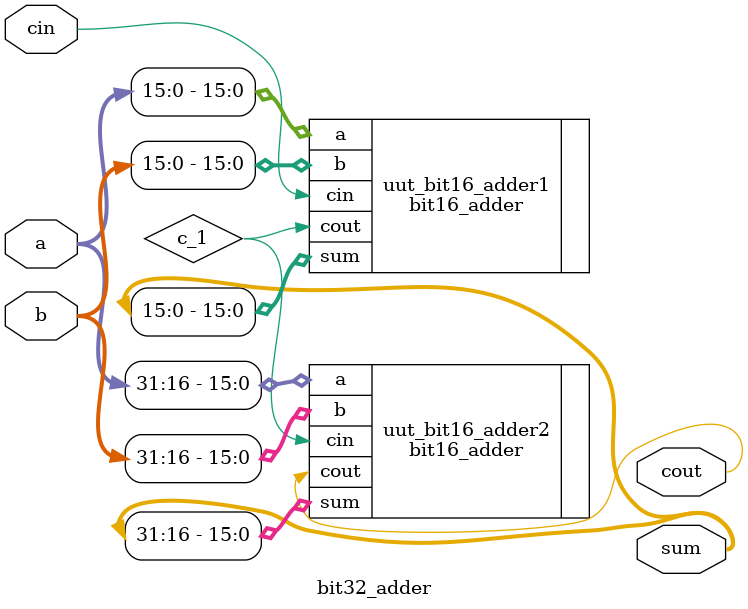
<source format=v>
module bit32_adder(
    input [31:0]a,
    input [31:0]b,
    input cin,
    output [31:0]sum,
    output cout
);
wire c_1;


bit16_adder uut_bit16_adder1 (
    .a(a[15:0]),
    .b(b[15:0]),
    .cin(cin),
    .sum(sum[15:0]),
    .cout(c_1)
);

bit16_adder uut_bit16_adder2 (
    .a(a[31:16]),
    .b(b[31:16]),
    .cin(c_1),
    .sum(sum[31:16]),
    .cout(cout)
);




endmodule
</source>
